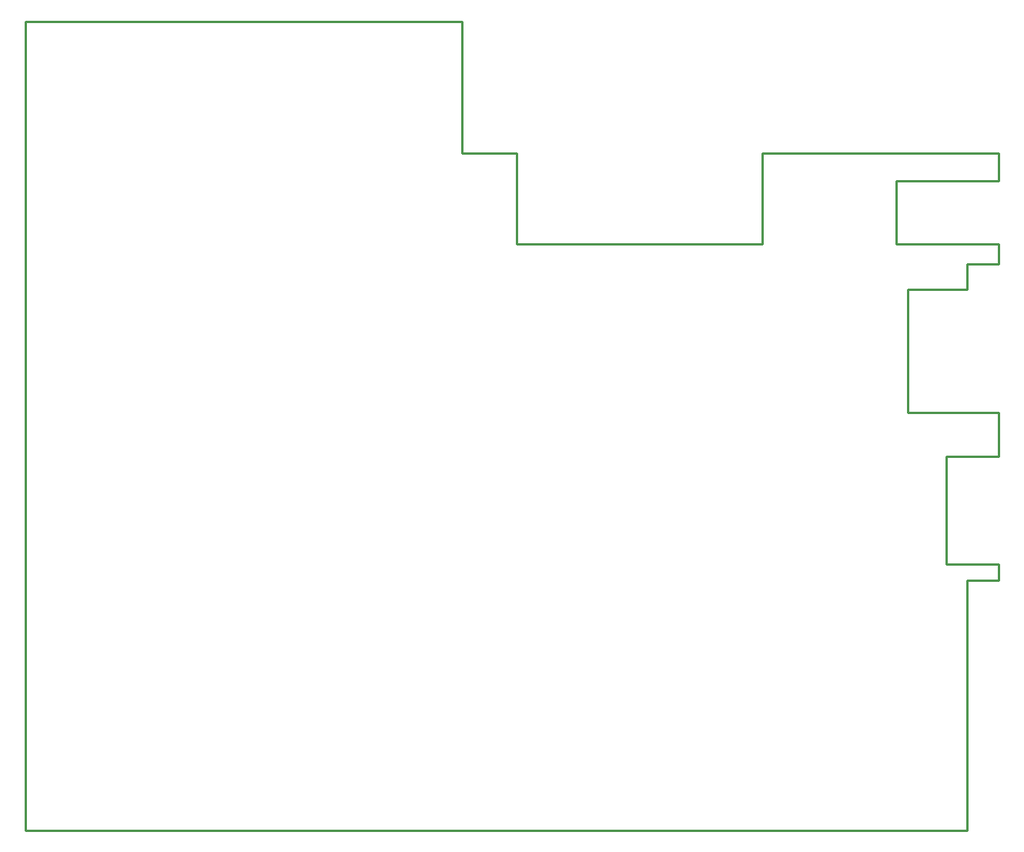
<source format=gbr>
G04 #@! TF.FileFunction,Profile,NP*
%FSLAX46Y46*%
G04 Gerber Fmt 4.6, Leading zero omitted, Abs format (unit mm)*
G04 Created by KiCad (PCBNEW no-vcs-found-undefined) date Tue Nov  8 15:57:13 2016*
%MOMM*%
%LPD*%
G01*
G04 APERTURE LIST*
%ADD10C,0.100000*%
%ADD11C,0.254000*%
G04 APERTURE END LIST*
D10*
D11*
X201250000Y-58800000D02*
X201250000Y-70700000D01*
X207000000Y-70700000D02*
X207000000Y-72500000D01*
X207000000Y-54000000D02*
X207000000Y-58800000D01*
X201250000Y-58800000D02*
X207000000Y-58800000D01*
X207000000Y-70700000D02*
X201250000Y-70700000D01*
X207000000Y-35500000D02*
X207000000Y-37700000D01*
X195750000Y-28500000D02*
X195750000Y-35500000D01*
X207000000Y-25500000D02*
X207000000Y-28500000D01*
X195750000Y-28500000D02*
X207000000Y-28500000D01*
X207000000Y-35500000D02*
X195750000Y-35500000D01*
X197000000Y-40500000D02*
X197000000Y-54000000D01*
X203500000Y-37700000D02*
X203500000Y-40500000D01*
X197000000Y-40500000D02*
X203500000Y-40500000D01*
X197000000Y-54000000D02*
X207000000Y-54000000D01*
X203500000Y-37700000D02*
X207000000Y-37700000D01*
X203500000Y-72500000D02*
X207000000Y-72500000D01*
X203500000Y-100000000D02*
X203500000Y-72500000D01*
X181000000Y-25500000D02*
X207000000Y-25500000D01*
X181000000Y-35500000D02*
X181000000Y-25500000D01*
X154000000Y-35500000D02*
X181000000Y-35500000D01*
X154000000Y-25500000D02*
X154000000Y-35500000D01*
X148000000Y-25500000D02*
X154000000Y-25500000D01*
X148000000Y-11000000D02*
X148000000Y-25500000D01*
X100000000Y-11000000D02*
X148000000Y-11000000D01*
X100000000Y-100000000D02*
X100000000Y-11000000D01*
X100000000Y-100000000D02*
X203500000Y-100000000D01*
M02*

</source>
